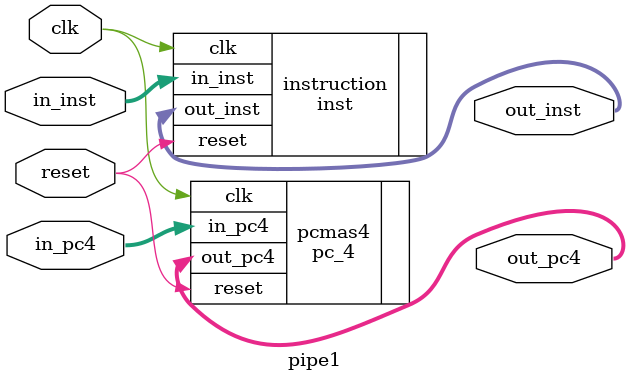
<source format=v>
`timescale 1ns / 1ps

module pipe1(in_inst,in_pc4,clk,out_inst,out_pc4,reset);

input wire [31:0] in_inst;  
input wire [31:0]in_pc4;
input wire clk;
input reset;

output  [31:0] out_inst;
output  [31:0] out_pc4;

inst instruction(.in_inst(in_inst),.reset(reset),.clk(clk),.out_inst(out_inst));
pc_4 pcmas4(.in_pc4(in_pc4),.reset(reset),.clk(clk),.out_pc4(out_pc4));
        
endmodule


</source>
